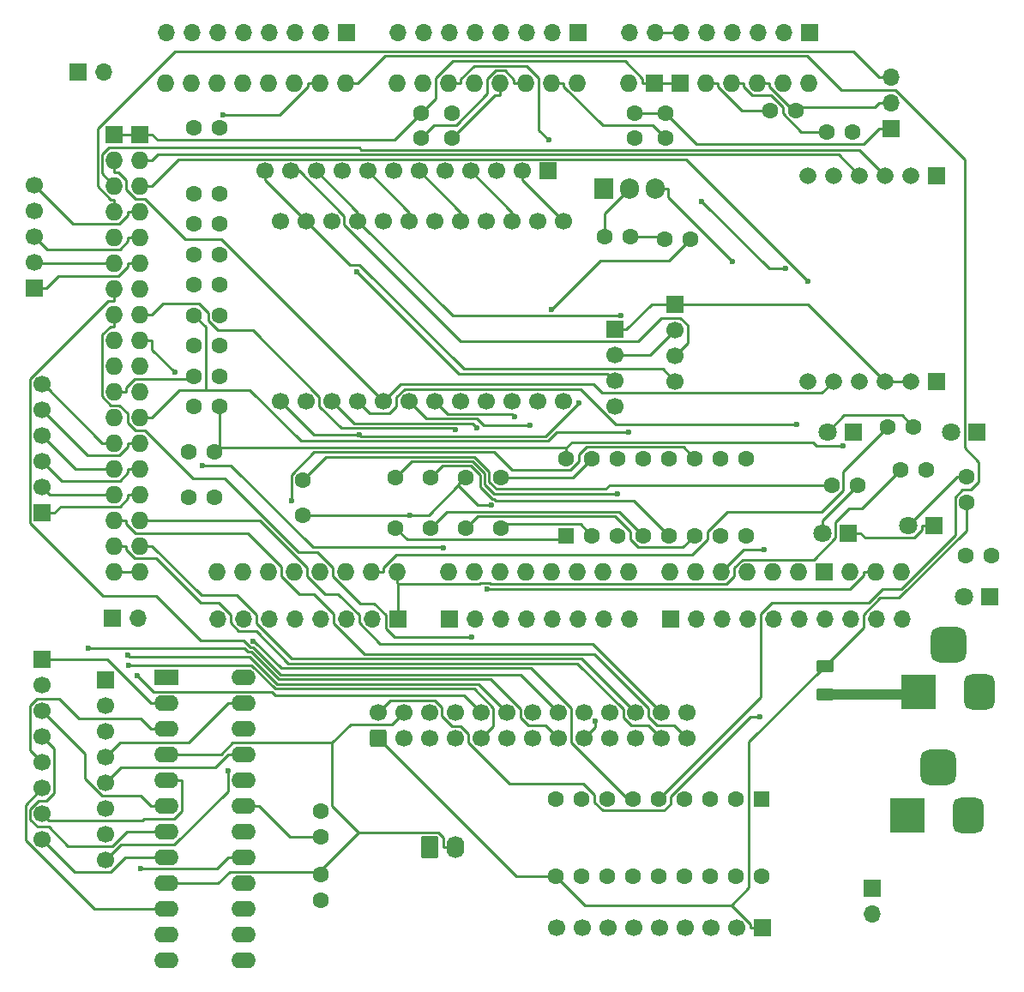
<source format=gbr>
G04 #@! TF.GenerationSoftware,KiCad,Pcbnew,9.0.4*
G04 #@! TF.CreationDate,2025-11-10T22:17:31+11:00*
G04 #@! TF.ProjectId,Jet Ranger Radio Controller,4a657420-5261-46e6-9765-722052616469,rev?*
G04 #@! TF.SameCoordinates,Original*
G04 #@! TF.FileFunction,Copper,L1,Top*
G04 #@! TF.FilePolarity,Positive*
%FSLAX46Y46*%
G04 Gerber Fmt 4.6, Leading zero omitted, Abs format (unit mm)*
G04 Created by KiCad (PCBNEW 9.0.4) date 2025-11-10 22:17:31*
%MOMM*%
%LPD*%
G01*
G04 APERTURE LIST*
G04 Aperture macros list*
%AMRoundRect*
0 Rectangle with rounded corners*
0 $1 Rounding radius*
0 $2 $3 $4 $5 $6 $7 $8 $9 X,Y pos of 4 corners*
0 Add a 4 corners polygon primitive as box body*
4,1,4,$2,$3,$4,$5,$6,$7,$8,$9,$2,$3,0*
0 Add four circle primitives for the rounded corners*
1,1,$1+$1,$2,$3*
1,1,$1+$1,$4,$5*
1,1,$1+$1,$6,$7*
1,1,$1+$1,$8,$9*
0 Add four rect primitives between the rounded corners*
20,1,$1+$1,$2,$3,$4,$5,0*
20,1,$1+$1,$4,$5,$6,$7,0*
20,1,$1+$1,$6,$7,$8,$9,0*
20,1,$1+$1,$8,$9,$2,$3,0*%
G04 Aperture macros list end*
G04 #@! TA.AperFunction,ComponentPad*
%ADD10R,1.700000X1.700000*%
G04 #@! TD*
G04 #@! TA.AperFunction,ComponentPad*
%ADD11C,1.700000*%
G04 #@! TD*
G04 #@! TA.AperFunction,ComponentPad*
%ADD12RoundRect,0.250000X-0.620000X-0.845000X0.620000X-0.845000X0.620000X0.845000X-0.620000X0.845000X0*%
G04 #@! TD*
G04 #@! TA.AperFunction,ComponentPad*
%ADD13O,1.740000X2.190000*%
G04 #@! TD*
G04 #@! TA.AperFunction,SMDPad,CuDef*
%ADD14RoundRect,0.250000X-0.625000X0.375000X-0.625000X-0.375000X0.625000X-0.375000X0.625000X0.375000X0*%
G04 #@! TD*
G04 #@! TA.AperFunction,ComponentPad*
%ADD15C,1.600000*%
G04 #@! TD*
G04 #@! TA.AperFunction,ComponentPad*
%ADD16O,1.700000X1.700000*%
G04 #@! TD*
G04 #@! TA.AperFunction,ComponentPad*
%ADD17R,2.400000X1.600000*%
G04 #@! TD*
G04 #@! TA.AperFunction,ComponentPad*
%ADD18O,2.400000X1.600000*%
G04 #@! TD*
G04 #@! TA.AperFunction,ComponentPad*
%ADD19R,1.800000X1.800000*%
G04 #@! TD*
G04 #@! TA.AperFunction,ComponentPad*
%ADD20C,1.800000*%
G04 #@! TD*
G04 #@! TA.AperFunction,ComponentPad*
%ADD21R,3.500000X3.500000*%
G04 #@! TD*
G04 #@! TA.AperFunction,ComponentPad*
%ADD22RoundRect,0.750000X0.750000X1.000000X-0.750000X1.000000X-0.750000X-1.000000X0.750000X-1.000000X0*%
G04 #@! TD*
G04 #@! TA.AperFunction,ComponentPad*
%ADD23RoundRect,0.875000X0.875000X0.875000X-0.875000X0.875000X-0.875000X-0.875000X0.875000X-0.875000X0*%
G04 #@! TD*
G04 #@! TA.AperFunction,ComponentPad*
%ADD24RoundRect,0.250000X0.550000X-0.550000X0.550000X0.550000X-0.550000X0.550000X-0.550000X-0.550000X0*%
G04 #@! TD*
G04 #@! TA.AperFunction,ComponentPad*
%ADD25RoundRect,0.250000X-0.550000X0.550000X-0.550000X-0.550000X0.550000X-0.550000X0.550000X0.550000X0*%
G04 #@! TD*
G04 #@! TA.AperFunction,ComponentPad*
%ADD26R,1.905000X2.000000*%
G04 #@! TD*
G04 #@! TA.AperFunction,ComponentPad*
%ADD27O,1.905000X2.000000*%
G04 #@! TD*
G04 #@! TA.AperFunction,ComponentPad*
%ADD28R,1.665000X1.665000*%
G04 #@! TD*
G04 #@! TA.AperFunction,ComponentPad*
%ADD29C,1.665000*%
G04 #@! TD*
G04 #@! TA.AperFunction,ComponentPad*
%ADD30RoundRect,0.250000X0.600000X-0.600000X0.600000X0.600000X-0.600000X0.600000X-0.600000X-0.600000X0*%
G04 #@! TD*
G04 #@! TA.AperFunction,ComponentPad*
%ADD31O,1.727200X1.727200*%
G04 #@! TD*
G04 #@! TA.AperFunction,ComponentPad*
%ADD32R,1.727200X1.727200*%
G04 #@! TD*
G04 #@! TA.AperFunction,ViaPad*
%ADD33C,0.600000*%
G04 #@! TD*
G04 #@! TA.AperFunction,Conductor*
%ADD34C,0.250000*%
G04 #@! TD*
G04 #@! TA.AperFunction,Conductor*
%ADD35C,1.000000*%
G04 #@! TD*
G04 APERTURE END LIST*
D10*
X104570000Y-129500000D03*
D11*
X102030000Y-129500000D03*
X99490000Y-129500000D03*
X96950000Y-129500000D03*
X94410000Y-129500000D03*
X91870000Y-129500000D03*
X89330000Y-129500000D03*
X86790000Y-129500000D03*
X84250000Y-129500000D03*
D12*
X71750000Y-121500000D03*
D13*
X74290000Y-121500000D03*
D10*
X83450000Y-54750000D03*
D11*
X80910000Y-54750000D03*
X78370000Y-54750000D03*
X75830000Y-54750000D03*
X73290000Y-54750000D03*
X70750000Y-54750000D03*
X68210000Y-54750000D03*
X65670000Y-54750000D03*
X63130000Y-54750000D03*
X60590000Y-54750000D03*
X58050000Y-54750000D03*
X55510000Y-54750000D03*
D10*
X32750000Y-66330000D03*
D11*
X32750000Y-63790000D03*
X32750000Y-61250000D03*
X32750000Y-58710000D03*
X32750000Y-56170000D03*
D10*
X33500000Y-88500000D03*
D11*
X33500000Y-85960000D03*
X33500000Y-83420000D03*
X33500000Y-80880000D03*
X33500000Y-78340000D03*
X33500000Y-75800000D03*
D10*
X33500000Y-103000000D03*
D11*
X33500000Y-105540000D03*
X33500000Y-108080000D03*
X33500000Y-110620000D03*
X33500000Y-113160000D03*
X33500000Y-115700000D03*
X33500000Y-118240000D03*
X33500000Y-120780000D03*
D10*
X39750000Y-105000000D03*
D11*
X39750000Y-107540000D03*
X39750000Y-110080000D03*
X39750000Y-112620000D03*
X39750000Y-115160000D03*
X39750000Y-117700000D03*
X39750000Y-120240000D03*
X39750000Y-122780000D03*
D14*
X110750000Y-103650000D03*
X110750000Y-106450000D03*
D15*
X70940000Y-51500000D03*
X70940000Y-49000000D03*
X50500000Y-82500000D03*
X47960000Y-82500000D03*
X71850000Y-90000000D03*
X71850000Y-85000000D03*
D10*
X63500000Y-41046400D03*
D16*
X60960000Y-41046400D03*
X58420000Y-41046400D03*
X55880000Y-41046400D03*
X53340000Y-41046400D03*
X50800000Y-41046400D03*
X48260000Y-41046400D03*
X45720000Y-41046400D03*
D17*
X45750000Y-104750000D03*
D18*
X45750000Y-107290000D03*
X45750000Y-109830000D03*
X45750000Y-112370000D03*
X45750000Y-114910000D03*
X45750000Y-117450000D03*
X45750000Y-119990000D03*
X45750000Y-122530000D03*
X45750000Y-125070000D03*
X45750000Y-127610000D03*
X45750000Y-130150000D03*
X45750000Y-132690000D03*
X53370000Y-132690000D03*
X53370000Y-130150000D03*
X53370000Y-127610000D03*
X53370000Y-125070000D03*
X53370000Y-122530000D03*
X53370000Y-119990000D03*
X53370000Y-117450000D03*
X53370000Y-114910000D03*
X53370000Y-112370000D03*
X53370000Y-109830000D03*
X53370000Y-107290000D03*
X53370000Y-104750000D03*
D10*
X117298000Y-50550000D03*
D16*
X117298000Y-48010000D03*
X117298000Y-45470000D03*
D10*
X86360000Y-41046400D03*
D16*
X83820000Y-41046400D03*
X81280000Y-41046400D03*
X78740000Y-41046400D03*
X76200000Y-41046400D03*
X73660000Y-41046400D03*
X71120000Y-41046400D03*
X68580000Y-41046400D03*
D15*
X51040000Y-72000000D03*
X48500000Y-72000000D03*
D19*
X113540000Y-80500000D03*
D20*
X111000000Y-80500000D03*
D15*
X61000000Y-117960000D03*
X61000000Y-120500000D03*
X118250000Y-84250000D03*
X120790000Y-84250000D03*
X51040000Y-66000000D03*
X48500000Y-66000000D03*
X124750000Y-87500000D03*
X124750000Y-84960000D03*
D10*
X37000000Y-45000000D03*
D16*
X39540000Y-45000000D03*
D21*
X118949000Y-118350000D03*
D22*
X124949000Y-118350000D03*
D23*
X121949000Y-113650000D03*
D10*
X96000000Y-67880000D03*
D11*
X96000000Y-70420000D03*
X96000000Y-72960000D03*
X96000000Y-75500000D03*
D24*
X85220000Y-90750000D03*
D15*
X87760000Y-90750000D03*
X90300000Y-90750000D03*
X92840000Y-90750000D03*
X95380000Y-90750000D03*
X97920000Y-90750000D03*
X100460000Y-90750000D03*
X103000000Y-90750000D03*
X103000000Y-83130000D03*
X100460000Y-83130000D03*
X97920000Y-83130000D03*
X95380000Y-83130000D03*
X92840000Y-83130000D03*
X90300000Y-83130000D03*
X87760000Y-83130000D03*
X85220000Y-83130000D03*
X73950000Y-51500000D03*
X73950000Y-49000000D03*
D19*
X127040000Y-96750000D03*
D20*
X124500000Y-96750000D03*
D15*
X59250000Y-85250000D03*
X59250000Y-88750000D03*
D19*
X125770000Y-80500000D03*
D20*
X123230000Y-80500000D03*
D25*
X104550000Y-116750000D03*
D15*
X102010000Y-116750000D03*
X99470000Y-116750000D03*
X96930000Y-116750000D03*
X94390000Y-116750000D03*
X91850000Y-116750000D03*
X89310000Y-116750000D03*
X86770000Y-116750000D03*
X84230000Y-116750000D03*
X84230000Y-124370000D03*
X86770000Y-124370000D03*
X89310000Y-124370000D03*
X91850000Y-124370000D03*
X94390000Y-124370000D03*
X96930000Y-124370000D03*
X99470000Y-124370000D03*
X102010000Y-124370000D03*
X104550000Y-124370000D03*
X51040000Y-69000000D03*
X48500000Y-69000000D03*
X51000000Y-75000000D03*
X48460000Y-75000000D03*
X124710000Y-92750000D03*
X127250000Y-92750000D03*
X117000000Y-80000000D03*
X119540000Y-80000000D03*
D10*
X68580000Y-98958400D03*
D16*
X66040000Y-98958400D03*
X63500000Y-98958400D03*
X60960000Y-98958400D03*
X58420000Y-98958400D03*
X55880000Y-98958400D03*
X53340000Y-98958400D03*
X50800000Y-98958400D03*
D15*
X51000000Y-50500000D03*
X48460000Y-50500000D03*
X94960000Y-61500000D03*
X97500000Y-61500000D03*
D26*
X88920000Y-56500000D03*
D27*
X91460000Y-56500000D03*
X94000000Y-56500000D03*
D28*
X121809000Y-55183300D03*
D29*
X119269000Y-55183300D03*
X116729000Y-55183300D03*
X114189000Y-55183300D03*
X111649000Y-55183300D03*
X109109000Y-55183300D03*
D28*
X121809000Y-75503300D03*
D29*
X119269000Y-75503300D03*
X116729000Y-75503300D03*
X114189000Y-75503300D03*
X111649000Y-75503300D03*
X109109000Y-75503300D03*
D19*
X113040000Y-90500000D03*
D20*
X110500000Y-90500000D03*
D15*
X111455000Y-85750000D03*
X113995000Y-85750000D03*
D10*
X109220000Y-41046400D03*
D16*
X106680000Y-41046400D03*
X104140000Y-41046400D03*
X101600000Y-41046400D03*
X99060000Y-41046400D03*
X96520000Y-41046400D03*
X93980000Y-41046400D03*
X91440000Y-41046400D03*
D15*
X51040000Y-60000000D03*
X48500000Y-60000000D03*
X95000000Y-51500000D03*
X95000000Y-49000000D03*
D10*
X115450000Y-125560000D03*
D16*
X115450000Y-128100000D03*
D15*
X61000000Y-126750000D03*
X61000000Y-124250000D03*
D10*
X90000000Y-70385000D03*
D11*
X90000000Y-72925000D03*
X90000000Y-75465000D03*
X90000000Y-78005000D03*
X57050000Y-77500000D03*
X59590000Y-77500000D03*
X62130000Y-77500000D03*
X64670000Y-77500000D03*
X67210000Y-77500000D03*
X69750000Y-77500000D03*
X72290000Y-77500000D03*
X74830000Y-77500000D03*
X77370000Y-77500000D03*
X79910000Y-77500000D03*
X82450000Y-77500000D03*
X84990000Y-77500000D03*
X84990000Y-59720000D03*
X82450000Y-59720000D03*
X79910000Y-59720000D03*
X77370000Y-59720000D03*
X74830000Y-59720000D03*
X72290000Y-59720000D03*
X69750000Y-59720000D03*
X67210000Y-59720000D03*
X64670000Y-59720000D03*
X62130000Y-59720000D03*
X59590000Y-59720000D03*
X57050000Y-59720000D03*
D15*
X110960000Y-50900000D03*
X113500000Y-50900000D03*
X51040000Y-63000000D03*
X48500000Y-63000000D03*
X89037500Y-61212500D03*
X91577500Y-61212500D03*
X51000000Y-78000000D03*
X48460000Y-78000000D03*
X105350000Y-48750000D03*
X107890000Y-48750000D03*
X91990000Y-51500000D03*
X91990000Y-49000000D03*
D19*
X121540000Y-89750000D03*
D20*
X119000000Y-89750000D03*
D15*
X68400000Y-90000000D03*
X68400000Y-85000000D03*
X75300000Y-90000000D03*
X75300000Y-85000000D03*
D21*
X120000000Y-106207500D03*
D22*
X126000000Y-106207500D03*
D23*
X123000000Y-101507500D03*
D10*
X95504000Y-98958400D03*
D16*
X98044000Y-98958400D03*
X100584000Y-98958400D03*
X103124000Y-98958400D03*
X105664000Y-98958400D03*
X108204000Y-98958400D03*
X110744000Y-98958400D03*
X113284000Y-98958400D03*
X115824000Y-98958400D03*
X118364000Y-98958400D03*
D30*
X66670000Y-110750000D03*
D11*
X66670000Y-108210000D03*
X69210000Y-110750000D03*
X69210000Y-108210000D03*
X71750000Y-110750000D03*
X71750000Y-108210000D03*
X74290000Y-110750000D03*
X74290000Y-108210000D03*
X76830000Y-110750000D03*
X76830000Y-108210000D03*
X79370000Y-110750000D03*
X79370000Y-108210000D03*
X81910000Y-110750000D03*
X81910000Y-108210000D03*
X84450000Y-110750000D03*
X84450000Y-108210000D03*
X86990000Y-110750000D03*
X86990000Y-108210000D03*
X89530000Y-110750000D03*
X89530000Y-108210000D03*
X92070000Y-110750000D03*
X92070000Y-108210000D03*
X94610000Y-110750000D03*
X94610000Y-108210000D03*
X97150000Y-110750000D03*
X97150000Y-108210000D03*
D15*
X78750000Y-90000000D03*
X78750000Y-85000000D03*
X51000000Y-57000000D03*
X48460000Y-57000000D03*
D10*
X40411400Y-98933000D03*
D16*
X42951400Y-98933000D03*
D10*
X73660000Y-98958400D03*
D16*
X76200000Y-98958400D03*
X78740000Y-98958400D03*
X81280000Y-98958400D03*
X83820000Y-98958400D03*
X86360000Y-98958400D03*
X88900000Y-98958400D03*
X91440000Y-98958400D03*
D31*
X109205000Y-46039300D03*
X101585000Y-46039300D03*
X99045000Y-46039300D03*
X43165000Y-94299300D03*
X40625000Y-94299300D03*
X86345000Y-46039300D03*
X83805000Y-46039300D03*
X81265000Y-46039300D03*
X78725000Y-46039300D03*
X76185000Y-46039300D03*
X73645000Y-46039300D03*
X71105000Y-46039300D03*
X68565000Y-46039300D03*
X63485000Y-46039300D03*
X60945000Y-46039300D03*
X58405000Y-46039300D03*
X55865000Y-46039300D03*
X53325000Y-46039300D03*
X50785000Y-46039300D03*
X48245000Y-46039300D03*
X45705000Y-46039300D03*
X113269000Y-94299300D03*
X73645000Y-94299300D03*
X76185000Y-94299300D03*
X78725000Y-94299300D03*
X81265000Y-94299300D03*
X83805000Y-94299300D03*
X86345000Y-94299300D03*
X88885000Y-94299300D03*
X91425000Y-94299300D03*
X95489000Y-94299300D03*
X98029000Y-94299300D03*
X100569000Y-94299300D03*
X103109000Y-94299300D03*
X105649000Y-94299300D03*
X108189000Y-94299300D03*
X68565000Y-94299300D03*
X66025000Y-94299300D03*
X63485000Y-94299300D03*
X60945000Y-94299300D03*
X58405000Y-94299300D03*
X55865000Y-94299300D03*
X53325000Y-94299300D03*
X50785000Y-94299300D03*
X43165000Y-91759300D03*
X40625000Y-91759300D03*
X43165000Y-89219300D03*
X40625000Y-89219300D03*
X43165000Y-86679300D03*
X40625000Y-86679300D03*
X43165000Y-84139300D03*
X40625000Y-84139300D03*
X43165000Y-81599300D03*
X40625000Y-81599300D03*
X43165000Y-79059300D03*
X40625000Y-79059300D03*
X43165000Y-76519300D03*
X40625000Y-76519300D03*
X43165000Y-73979300D03*
X40625000Y-73979300D03*
X43165000Y-71439300D03*
X40625000Y-71439300D03*
X43165000Y-68899300D03*
X40625000Y-68899300D03*
X43165000Y-66359300D03*
X40625000Y-66359300D03*
X43165000Y-63819300D03*
X40625000Y-63819300D03*
X43165000Y-61279300D03*
X40625000Y-61279300D03*
X43165000Y-58739300D03*
X40625000Y-58739300D03*
X43165000Y-56199300D03*
X40625000Y-56199300D03*
X43165000Y-53659300D03*
X40625000Y-53659300D03*
D32*
X110729000Y-94299300D03*
X96505000Y-46039300D03*
X93965000Y-46039300D03*
X43165000Y-51119300D03*
X40625000Y-51119300D03*
D31*
X106665000Y-46039300D03*
X104125000Y-46039300D03*
X118349000Y-94299300D03*
X115809000Y-94299300D03*
X91425000Y-46039300D03*
D15*
X50500000Y-87000000D03*
X47960000Y-87000000D03*
D33*
X46583100Y-74628200D03*
X49340000Y-83850300D03*
X73141100Y-91993700D03*
X88057600Y-109099200D03*
X75865700Y-100782900D03*
X41944700Y-102513500D03*
X74263100Y-80275900D03*
X104320600Y-108630200D03*
X101649400Y-63677000D03*
X42052000Y-103539000D03*
X42895000Y-104567600D03*
X38021900Y-101884700D03*
X90300000Y-86670400D03*
X81630100Y-79825700D03*
X80091400Y-78984200D03*
X58100000Y-87294300D03*
X43196000Y-123655600D03*
X51844900Y-113981100D03*
X90658200Y-68992700D03*
X64589400Y-64674400D03*
X98620900Y-57757200D03*
X106849600Y-64390100D03*
X51346100Y-49190100D03*
X54282700Y-101154600D03*
X91425200Y-80524200D03*
X86481300Y-77671800D03*
X64836200Y-80769100D03*
X83795000Y-68421100D03*
X104771000Y-92134200D03*
X109109000Y-65623200D03*
X83490000Y-51696400D03*
X107955200Y-79786300D03*
X77414200Y-96067000D03*
X76449100Y-80094000D03*
X112590400Y-81913100D03*
X69806600Y-88750000D03*
X77864800Y-87759200D03*
D34*
X44353700Y-72398800D02*
X46583100Y-74628200D01*
X44353700Y-71439300D02*
X44353700Y-72398800D01*
X43165000Y-71439300D02*
X44353700Y-71439300D01*
X73069100Y-91921700D02*
X73141100Y-91993700D01*
X60213200Y-91921700D02*
X73069100Y-91921700D01*
X52141800Y-83850300D02*
X60213200Y-91921700D01*
X49340000Y-83850300D02*
X52141800Y-83850300D01*
X88057600Y-109682400D02*
X88057600Y-109099200D01*
X86990000Y-110750000D02*
X88057600Y-109682400D01*
X68239900Y-100782900D02*
X75865700Y-100782900D01*
X67404800Y-99947800D02*
X68239900Y-100782900D01*
X67404800Y-98599100D02*
X67404800Y-99947800D01*
X66247800Y-97442100D02*
X67404800Y-98599100D01*
X64868500Y-97442100D02*
X66247800Y-97442100D01*
X62215000Y-94788600D02*
X64868500Y-97442100D01*
X62215000Y-93887000D02*
X62215000Y-94788600D01*
X60699900Y-92371900D02*
X62215000Y-93887000D01*
X58795600Y-92371900D02*
X60699900Y-92371900D01*
X51530000Y-85106300D02*
X58795600Y-92371900D01*
X48393600Y-85106300D02*
X51530000Y-85106300D01*
X43616500Y-80329200D02*
X48393600Y-85106300D01*
X42731700Y-80329200D02*
X43616500Y-80329200D01*
X41976200Y-79573700D02*
X42731700Y-80329200D01*
X41976200Y-78707300D02*
X41976200Y-79573700D01*
X41139400Y-77870500D02*
X41976200Y-78707300D01*
X40285100Y-77870500D02*
X41139400Y-77870500D01*
X39424800Y-77010200D02*
X40285100Y-77870500D01*
X39424800Y-70916700D02*
X39424800Y-77010200D01*
X40253500Y-70088000D02*
X39424800Y-70916700D01*
X40625000Y-70088000D02*
X40253500Y-70088000D01*
X40625000Y-68899300D02*
X40625000Y-70088000D01*
X42111100Y-102679900D02*
X41944700Y-102513500D01*
X53941200Y-102679900D02*
X42111100Y-102679900D01*
X56655800Y-105394500D02*
X53941200Y-102679900D01*
X76554500Y-105394500D02*
X56655800Y-105394500D01*
X79370000Y-108210000D02*
X76554500Y-105394500D01*
X40625000Y-66359300D02*
X40625000Y-67548000D01*
X80734300Y-104494300D02*
X84450000Y-108210000D01*
X57028800Y-104494300D02*
X80734300Y-104494300D01*
X54314200Y-101779700D02*
X57028800Y-104494300D01*
X54023800Y-101779700D02*
X54314200Y-101779700D01*
X53367200Y-101123100D02*
X54023800Y-101779700D01*
X49132400Y-101123100D02*
X53367200Y-101123100D01*
X44741800Y-96732500D02*
X49132400Y-101123100D01*
X39505600Y-96732500D02*
X44741800Y-96732500D01*
X32324800Y-89551700D02*
X39505600Y-96732500D01*
X32324800Y-75253900D02*
X32324800Y-89551700D01*
X40030700Y-67548000D02*
X32324800Y-75253900D01*
X40625000Y-67548000D02*
X40030700Y-67548000D01*
X43165000Y-68899300D02*
X44353700Y-68899300D01*
X45383600Y-67869400D02*
X44353700Y-68899300D01*
X49009500Y-67869400D02*
X45383600Y-67869400D01*
X49903100Y-68763000D02*
X49009500Y-67869400D01*
X49903100Y-69525700D02*
X49903100Y-68763000D01*
X50877400Y-70500000D02*
X49903100Y-69525700D01*
X54298500Y-70500000D02*
X50877400Y-70500000D01*
X60860000Y-77061500D02*
X54298500Y-70500000D01*
X60860000Y-77969300D02*
X60860000Y-77061500D01*
X63034700Y-80144000D02*
X60860000Y-77969300D01*
X74131200Y-80144000D02*
X63034700Y-80144000D01*
X74263100Y-80275900D02*
X74131200Y-80144000D01*
X95277600Y-57305200D02*
X95277600Y-56500000D01*
X101649400Y-63677000D02*
X95277600Y-57305200D01*
X94000000Y-56500000D02*
X95277600Y-56500000D01*
X103393000Y-108630200D02*
X104320600Y-108630200D01*
X95515200Y-116508000D02*
X103393000Y-108630200D01*
X95515200Y-117247500D02*
X95515200Y-116508000D01*
X94856500Y-117906200D02*
X95515200Y-117247500D01*
X88827000Y-117906200D02*
X94856500Y-117906200D01*
X88040000Y-117119200D02*
X88827000Y-117906200D01*
X88040000Y-116363300D02*
X88040000Y-117119200D01*
X86928700Y-115252000D02*
X88040000Y-116363300D01*
X79589500Y-115252000D02*
X86928700Y-115252000D01*
X75560000Y-111222500D02*
X79589500Y-115252000D01*
X75560000Y-110319000D02*
X75560000Y-111222500D01*
X74815800Y-109574800D02*
X75560000Y-110319000D01*
X73938300Y-109574800D02*
X74815800Y-109574800D01*
X72925200Y-108561700D02*
X73938300Y-109574800D01*
X72925200Y-107675500D02*
X72925200Y-108561700D01*
X72258400Y-107008700D02*
X72925200Y-107675500D01*
X67871300Y-107008700D02*
X72258400Y-107008700D01*
X66670000Y-108210000D02*
X67871300Y-107008700D01*
X54163700Y-103539000D02*
X42052000Y-103539000D01*
X56469400Y-105844700D02*
X54163700Y-103539000D01*
X76131200Y-105844700D02*
X56469400Y-105844700D01*
X78043000Y-107756500D02*
X76131200Y-105844700D01*
X78043000Y-109537000D02*
X78043000Y-107756500D01*
X76830000Y-110750000D02*
X78043000Y-109537000D01*
X44485100Y-106157700D02*
X42895000Y-104567600D01*
X56145800Y-106157700D02*
X44485100Y-106157700D01*
X56546600Y-106558500D02*
X56145800Y-106157700D01*
X75178500Y-106558500D02*
X56546600Y-106558500D01*
X76830000Y-108210000D02*
X75178500Y-106558500D01*
X53492200Y-101884700D02*
X38021900Y-101884700D01*
X53837300Y-102229800D02*
X53492200Y-101884700D01*
X54127700Y-102229800D02*
X53837300Y-102229800D01*
X56842300Y-104944400D02*
X54127700Y-102229800D01*
X77768500Y-104944400D02*
X56842300Y-104944400D01*
X80734800Y-107910700D02*
X77768500Y-104944400D01*
X80734800Y-108735700D02*
X80734800Y-107910700D01*
X81479100Y-109480000D02*
X80734800Y-108735700D01*
X83180000Y-109480000D02*
X81479100Y-109480000D01*
X84450000Y-110750000D02*
X83180000Y-109480000D01*
X79137500Y-89612500D02*
X78750000Y-90000000D01*
X86622500Y-89612500D02*
X79137500Y-89612500D01*
X87760000Y-90750000D02*
X86622500Y-89612500D01*
X76465500Y-88834500D02*
X75300000Y-90000000D01*
X90037400Y-88834500D02*
X76465500Y-88834500D01*
X91570000Y-90367100D02*
X90037400Y-88834500D01*
X91570000Y-91118300D02*
X91570000Y-90367100D01*
X92351400Y-91899700D02*
X91570000Y-91118300D01*
X96770300Y-91899700D02*
X92351400Y-91899700D01*
X97920000Y-90750000D02*
X96770300Y-91899700D01*
X90474300Y-88384300D02*
X92840000Y-90750000D01*
X73465700Y-88384300D02*
X90474300Y-88384300D01*
X71850000Y-90000000D02*
X73465700Y-88384300D01*
X72980000Y-83870000D02*
X71850000Y-85000000D01*
X75795100Y-83870000D02*
X72980000Y-83870000D01*
X76724400Y-84799300D02*
X75795100Y-83870000D01*
X76724400Y-85966900D02*
X76724400Y-84799300D01*
X77891600Y-87134100D02*
X76724400Y-85966900D01*
X78123800Y-87134100D02*
X77891600Y-87134100D01*
X78286700Y-87297000D02*
X78123800Y-87134100D01*
X91927000Y-87297000D02*
X78286700Y-87297000D01*
X95380000Y-90750000D02*
X91927000Y-87297000D01*
X69525200Y-91125200D02*
X68400000Y-90000000D01*
X84844800Y-91125200D02*
X69525200Y-91125200D01*
X85220000Y-90750000D02*
X84844800Y-91125200D01*
X78115700Y-86670400D02*
X90300000Y-86670400D01*
X77174600Y-85729300D02*
X78115700Y-86670400D01*
X77174600Y-84612800D02*
X77174600Y-85729300D01*
X75981600Y-83419800D02*
X77174600Y-84612800D01*
X69980200Y-83419800D02*
X75981600Y-83419800D01*
X68400000Y-85000000D02*
X69980200Y-83419800D01*
X40625000Y-91759300D02*
X41813700Y-91759300D01*
X93340000Y-109480000D02*
X94610000Y-110750000D01*
X91639100Y-109480000D02*
X93340000Y-109480000D01*
X90894800Y-108735700D02*
X91639100Y-109480000D01*
X90894800Y-107908200D02*
X90894800Y-108735700D01*
X86355700Y-103369100D02*
X90894800Y-107908200D01*
X57822000Y-103369100D02*
X86355700Y-103369100D01*
X54606600Y-100153700D02*
X57822000Y-103369100D01*
X52866600Y-100153700D02*
X54606600Y-100153700D01*
X52070000Y-99357100D02*
X52866600Y-100153700D01*
X52070000Y-98563800D02*
X52070000Y-99357100D01*
X50890100Y-97383900D02*
X52070000Y-98563800D01*
X49148300Y-97383900D02*
X50890100Y-97383900D01*
X44712400Y-92948000D02*
X49148300Y-97383900D01*
X42630800Y-92948000D02*
X44712400Y-92948000D01*
X41813700Y-92130900D02*
X42630800Y-92948000D01*
X41813700Y-91759300D02*
X41813700Y-92130900D01*
X87808000Y-101408000D02*
X94610000Y-108210000D01*
X66817800Y-101408000D02*
X87808000Y-101408000D01*
X64770000Y-99360200D02*
X66817800Y-101408000D01*
X64770000Y-98548900D02*
X64770000Y-99360200D01*
X62734200Y-96513100D02*
X64770000Y-98548900D01*
X61414800Y-96513100D02*
X62734200Y-96513100D01*
X59675000Y-94773300D02*
X61414800Y-96513100D01*
X59675000Y-93888100D02*
X59675000Y-94773300D01*
X55006200Y-89219300D02*
X59675000Y-93888100D01*
X43165000Y-89219300D02*
X55006200Y-89219300D01*
X43165000Y-91759300D02*
X44353700Y-91759300D01*
X86779000Y-102919000D02*
X92070000Y-108210000D01*
X58093300Y-102919000D02*
X86779000Y-102919000D01*
X54610000Y-99435700D02*
X58093300Y-102919000D01*
X54610000Y-98538200D02*
X54610000Y-99435700D01*
X52735200Y-96663400D02*
X54610000Y-98538200D01*
X49257800Y-96663400D02*
X52735200Y-96663400D01*
X44353700Y-91759300D02*
X49257800Y-96663400D01*
X71450600Y-79200600D02*
X69750000Y-77500000D01*
X76439800Y-79200600D02*
X71450600Y-79200600D01*
X77064900Y-79825700D02*
X76439800Y-79200600D01*
X81630100Y-79825700D02*
X77064900Y-79825700D01*
X93750000Y-50250000D02*
X95000000Y-51500000D01*
X88832900Y-50250000D02*
X93750000Y-50250000D01*
X84993700Y-46410800D02*
X88832900Y-50250000D01*
X84993700Y-46039300D02*
X84993700Y-46410800D01*
X83805000Y-46039300D02*
X84993700Y-46039300D01*
X73540400Y-78750400D02*
X72290000Y-77500000D01*
X79857600Y-78750400D02*
X73540400Y-78750400D01*
X80091400Y-78984200D02*
X79857600Y-78750400D01*
X96794800Y-82004800D02*
X97920000Y-83130000D01*
X87220500Y-82004800D02*
X96794800Y-82004800D01*
X86490000Y-82735300D02*
X87220500Y-82004800D01*
X86490000Y-83451300D02*
X86490000Y-82735300D01*
X85666100Y-84275200D02*
X86490000Y-83451300D01*
X79895200Y-84275200D02*
X85666100Y-84275200D01*
X78139600Y-82519600D02*
X79895200Y-84275200D01*
X60336100Y-82519600D02*
X78139600Y-82519600D01*
X58100000Y-84755700D02*
X60336100Y-82519600D01*
X58100000Y-87294300D02*
X58100000Y-84755700D01*
X79910000Y-58830000D02*
X75830000Y-54750000D01*
X79910000Y-59720000D02*
X79910000Y-58830000D01*
X80910000Y-55640000D02*
X80910000Y-54750000D01*
X84990000Y-59720000D02*
X80910000Y-55640000D01*
X58855700Y-54750000D02*
X58050000Y-54750000D01*
X63305200Y-59199500D02*
X58855700Y-54750000D01*
X63305200Y-60032900D02*
X63305200Y-59199500D01*
X74832500Y-71560200D02*
X63305200Y-60032900D01*
X92323300Y-71560200D02*
X74832500Y-71560200D01*
X94648700Y-69234800D02*
X92323300Y-71560200D01*
X96476700Y-69234800D02*
X94648700Y-69234800D01*
X97198300Y-69956400D02*
X96476700Y-69234800D01*
X97198300Y-71761700D02*
X97198300Y-69956400D01*
X96000000Y-72960000D02*
X97198300Y-71761700D01*
X55510000Y-55640000D02*
X59590000Y-59720000D01*
X55510000Y-54750000D02*
X55510000Y-55640000D01*
X63865800Y-63995800D02*
X59590000Y-59720000D01*
X64848400Y-63995800D02*
X63865800Y-63995800D01*
X75138900Y-74286300D02*
X64848400Y-63995800D01*
X94786300Y-74286300D02*
X75138900Y-74286300D01*
X96000000Y-75500000D02*
X94786300Y-74286300D01*
X32321900Y-111981900D02*
X33500000Y-113160000D01*
X32321900Y-107506600D02*
X32321900Y-111981900D01*
X32931800Y-106896700D02*
X32321900Y-107506600D01*
X35151200Y-106896700D02*
X32931800Y-106896700D01*
X37088900Y-108834400D02*
X35151200Y-106896700D01*
X43229300Y-108834400D02*
X37088900Y-108834400D01*
X44224900Y-109830000D02*
X43229300Y-108834400D01*
X45750000Y-109830000D02*
X44224900Y-109830000D01*
X53370000Y-122530000D02*
X51844900Y-122530000D01*
X50719300Y-123655600D02*
X43196000Y-123655600D01*
X51844900Y-122530000D02*
X50719300Y-123655600D01*
X51844900Y-115975900D02*
X51844900Y-113981100D01*
X46560800Y-121260000D02*
X51844900Y-115975900D01*
X41270000Y-121260000D02*
X46560800Y-121260000D01*
X39750000Y-122780000D02*
X41270000Y-121260000D01*
X72190000Y-50250000D02*
X70940000Y-51500000D01*
X74338700Y-50250000D02*
X72190000Y-50250000D01*
X77455000Y-47133700D02*
X74338700Y-50250000D01*
X77455000Y-45616000D02*
X77455000Y-47133700D01*
X78235000Y-44836000D02*
X77455000Y-45616000D01*
X79211400Y-44836000D02*
X78235000Y-44836000D01*
X80076300Y-45700900D02*
X79211400Y-44836000D01*
X80076300Y-46039300D02*
X80076300Y-45700900D01*
X81265000Y-46039300D02*
X80076300Y-46039300D01*
X78222000Y-47228000D02*
X73950000Y-51500000D01*
X78725000Y-47228000D02*
X78222000Y-47228000D01*
X78725000Y-46039300D02*
X78725000Y-47228000D01*
X35411200Y-85331200D02*
X33500000Y-83420000D01*
X41155900Y-85331200D02*
X35411200Y-85331200D01*
X41976300Y-84510800D02*
X41155900Y-85331200D01*
X41976300Y-84139300D02*
X41976300Y-84510800D01*
X43165000Y-84139300D02*
X41976300Y-84139300D01*
X37970000Y-82810000D02*
X33500000Y-78340000D01*
X41137100Y-82810000D02*
X37970000Y-82810000D01*
X41976300Y-81970800D02*
X41137100Y-82810000D01*
X41976300Y-81599300D02*
X41976300Y-81970800D01*
X43165000Y-81599300D02*
X41976300Y-81599300D01*
X35307100Y-87868000D02*
X34675100Y-88500000D01*
X41159200Y-87868000D02*
X35307100Y-87868000D01*
X41976300Y-87050900D02*
X41159200Y-87868000D01*
X41976300Y-86679300D02*
X41976300Y-87050900D01*
X43165000Y-86679300D02*
X41976300Y-86679300D01*
X33500000Y-88500000D02*
X34675100Y-88500000D01*
X64670000Y-58830000D02*
X60590000Y-54750000D01*
X64670000Y-59720000D02*
X64670000Y-58830000D01*
X90604700Y-69046200D02*
X90658200Y-68992700D01*
X73996200Y-69046200D02*
X90604700Y-69046200D01*
X64670000Y-59720000D02*
X73996200Y-69046200D01*
X45750000Y-107290000D02*
X44224900Y-107290000D01*
X39934900Y-103000000D02*
X44224900Y-107290000D01*
X33500000Y-103000000D02*
X39934900Y-103000000D01*
X89271500Y-74736500D02*
X90000000Y-75465000D01*
X74651500Y-74736500D02*
X89271500Y-74736500D01*
X64589400Y-64674400D02*
X74651500Y-74736500D01*
X74830000Y-58830000D02*
X70750000Y-54750000D01*
X74830000Y-59720000D02*
X74830000Y-58830000D01*
X36759300Y-84139300D02*
X33500000Y-80880000D01*
X40625000Y-84139300D02*
X36759300Y-84139300D01*
X105253800Y-64390100D02*
X106849600Y-64390100D01*
X98620900Y-57757200D02*
X105253800Y-64390100D01*
X34219300Y-86679300D02*
X33500000Y-85960000D01*
X40625000Y-86679300D02*
X34219300Y-86679300D01*
X119757500Y-106450000D02*
X120000000Y-106207500D01*
X118940000Y-106450000D02*
X119757500Y-106450000D01*
X45750000Y-122530000D02*
X44224900Y-122530000D01*
X41663800Y-122530000D02*
X44224900Y-122530000D01*
X40234700Y-123959100D02*
X41663800Y-122530000D01*
X36679100Y-123959100D02*
X40234700Y-123959100D01*
X33500000Y-120780000D02*
X36679100Y-123959100D01*
X41270000Y-113640000D02*
X39750000Y-115160000D01*
X50574900Y-113640000D02*
X41270000Y-113640000D01*
X51844900Y-112370000D02*
X50574900Y-113640000D01*
X53370000Y-112370000D02*
X51844900Y-112370000D01*
X31866800Y-117333200D02*
X33500000Y-115700000D01*
X31866800Y-120808700D02*
X31866800Y-117333200D01*
X38668100Y-127610000D02*
X31866800Y-120808700D01*
X45750000Y-127610000D02*
X38668100Y-127610000D01*
X34151400Y-118891400D02*
X33500000Y-118240000D01*
X43392900Y-118891400D02*
X34151400Y-118891400D01*
X43564300Y-118720000D02*
X43392900Y-118891400D01*
X46478600Y-118720000D02*
X43564300Y-118720000D01*
X47275100Y-117923500D02*
X46478600Y-118720000D01*
X47275100Y-114910000D02*
X47275100Y-117923500D01*
X45750000Y-114910000D02*
X47275100Y-114910000D01*
X69750000Y-58830000D02*
X65670000Y-54750000D01*
X69750000Y-59720000D02*
X69750000Y-58830000D01*
X43229300Y-116454400D02*
X44224900Y-117450000D01*
X39373600Y-116454400D02*
X43229300Y-116454400D01*
X37681800Y-114762600D02*
X39373600Y-116454400D01*
X37681800Y-112261800D02*
X37681800Y-114762600D01*
X33500000Y-108080000D02*
X37681800Y-112261800D01*
X45750000Y-117450000D02*
X44224900Y-117450000D01*
X34684600Y-111804600D02*
X33500000Y-110620000D01*
X34684600Y-116189100D02*
X34684600Y-111804600D01*
X33903700Y-116970000D02*
X34684600Y-116189100D01*
X33103400Y-116970000D02*
X33903700Y-116970000D01*
X32317000Y-117756400D02*
X33103400Y-116970000D01*
X32317000Y-118787100D02*
X32317000Y-117756400D01*
X33039900Y-119510000D02*
X32317000Y-118787100D01*
X34133300Y-119510000D02*
X33039900Y-119510000D01*
X36050400Y-121427100D02*
X34133300Y-119510000D01*
X40466200Y-121427100D02*
X36050400Y-121427100D01*
X41903300Y-119990000D02*
X40466200Y-121427100D01*
X45750000Y-119990000D02*
X41903300Y-119990000D01*
X53370000Y-107290000D02*
X51844900Y-107290000D01*
X41204100Y-111165900D02*
X39750000Y-112620000D01*
X47969000Y-111165900D02*
X41204100Y-111165900D01*
X51844900Y-107290000D02*
X47969000Y-111165900D01*
X40625000Y-76519300D02*
X41813700Y-76519300D01*
X48139600Y-75320400D02*
X48460000Y-75000000D01*
X42641100Y-75320400D02*
X48139600Y-75320400D01*
X41813700Y-76147800D02*
X42641100Y-75320400D01*
X41813700Y-76519300D02*
X41813700Y-76147800D01*
X36532400Y-59952400D02*
X32750000Y-56170000D01*
X41134700Y-59952400D02*
X36532400Y-59952400D01*
X41976300Y-59110800D02*
X41134700Y-59952400D01*
X41976300Y-58739300D02*
X41976300Y-59110800D01*
X43165000Y-58739300D02*
X41976300Y-58739300D01*
X33637000Y-75800000D02*
X33500000Y-75800000D01*
X39436300Y-81599300D02*
X33637000Y-75800000D01*
X40625000Y-81599300D02*
X39436300Y-81599300D01*
X60945000Y-46039300D02*
X59756300Y-46039300D01*
X56977000Y-49190100D02*
X51346100Y-49190100D01*
X59756300Y-46410800D02*
X56977000Y-49190100D01*
X59756300Y-46039300D02*
X59756300Y-46410800D01*
X91287400Y-116750000D02*
X91850000Y-116750000D01*
X85720000Y-111182600D02*
X91287400Y-116750000D01*
X85720000Y-107773800D02*
X85720000Y-111182600D01*
X81765500Y-103819300D02*
X85720000Y-107773800D01*
X57087800Y-103819300D02*
X81765500Y-103819300D01*
X54423100Y-101154600D02*
X57087800Y-103819300D01*
X54282700Y-101154600D02*
X54423100Y-101154600D01*
X32779300Y-63819300D02*
X32750000Y-63790000D01*
X40625000Y-63819300D02*
X32779300Y-63819300D01*
X43165000Y-79059300D02*
X44353700Y-79059300D01*
X84265600Y-80524200D02*
X91425200Y-80524200D01*
X83395500Y-81394300D02*
X84265600Y-80524200D01*
X59030700Y-81394300D02*
X83395500Y-81394300D01*
X53991600Y-76355200D02*
X59030700Y-81394300D01*
X49637200Y-76355200D02*
X53991600Y-76355200D01*
X49637200Y-70137200D02*
X49637200Y-76355200D01*
X48500000Y-69000000D02*
X49637200Y-70137200D01*
X47057800Y-76355200D02*
X44353700Y-79059300D01*
X49637200Y-76355200D02*
X47057800Y-76355200D01*
X94672500Y-61212500D02*
X94960000Y-61500000D01*
X91577500Y-61212500D02*
X94672500Y-61212500D01*
X113592400Y-42939500D02*
X116122900Y-45470000D01*
X46603500Y-42939500D02*
X113592400Y-42939500D01*
X38974700Y-50568300D02*
X46603500Y-42939500D01*
X38974700Y-56271800D02*
X38974700Y-50568300D01*
X40253500Y-57550600D02*
X38974700Y-56271800D01*
X40625000Y-57550600D02*
X40253500Y-57550600D01*
X40625000Y-58739300D02*
X40625000Y-57550600D01*
X117298000Y-45470000D02*
X116122900Y-45470000D01*
X119269000Y-75503300D02*
X116729000Y-75503300D01*
X109105700Y-67880000D02*
X96000000Y-67880000D01*
X116729000Y-75503300D02*
X109105700Y-67880000D01*
X93680100Y-67880000D02*
X96000000Y-67880000D01*
X91175100Y-70385000D02*
X93680100Y-67880000D01*
X90000000Y-70385000D02*
X91175100Y-70385000D01*
X108448400Y-50900000D02*
X110960000Y-50900000D01*
X106620000Y-49071600D02*
X108448400Y-50900000D01*
X106620000Y-48425900D02*
X106620000Y-49071600D01*
X105422100Y-47228000D02*
X106620000Y-48425900D01*
X103590800Y-47228000D02*
X105422100Y-47228000D01*
X102773700Y-46410900D02*
X103590800Y-47228000D01*
X102773700Y-46039300D02*
X102773700Y-46410900D01*
X101585000Y-46039300D02*
X102773700Y-46039300D01*
X65011300Y-80944200D02*
X64836200Y-80769100D01*
X83208900Y-80944200D02*
X65011300Y-80944200D01*
X86481300Y-77671800D02*
X83208900Y-80944200D01*
X60319100Y-80769100D02*
X57050000Y-77500000D01*
X64836200Y-80769100D02*
X60319100Y-80769100D01*
X88582500Y-63633600D02*
X83795000Y-68421100D01*
X95366400Y-63633600D02*
X88582500Y-63633600D01*
X97500000Y-61500000D02*
X95366400Y-63633600D01*
X63485000Y-46039300D02*
X64673700Y-46039300D01*
X104445700Y-106694300D02*
X94390000Y-116750000D01*
X104445700Y-98511800D02*
X104445700Y-106694300D01*
X105564200Y-97393300D02*
X104445700Y-98511800D01*
X115083900Y-97393300D02*
X105564200Y-97393300D01*
X116488400Y-95988800D02*
X115083900Y-97393300D01*
X118357400Y-95988800D02*
X116488400Y-95988800D01*
X123612200Y-90734000D02*
X118357400Y-95988800D01*
X123612200Y-86982800D02*
X123612200Y-90734000D01*
X124365000Y-86230000D02*
X123612200Y-86982800D01*
X125150000Y-86230000D02*
X124365000Y-86230000D01*
X125947600Y-85432400D02*
X125150000Y-86230000D01*
X125947600Y-83468900D02*
X125947600Y-85432400D01*
X124544800Y-82066100D02*
X125947600Y-83468900D01*
X124544800Y-53578800D02*
X124544800Y-82066100D01*
X117706000Y-46740000D02*
X124544800Y-53578800D01*
X112380600Y-46740000D02*
X117706000Y-46740000D01*
X109030300Y-43389700D02*
X112380600Y-46740000D01*
X67323300Y-43389700D02*
X109030300Y-43389700D01*
X64673700Y-46039300D02*
X67323300Y-43389700D01*
X102734100Y-92134200D02*
X104771000Y-92134200D01*
X100569000Y-94299300D02*
X102734100Y-92134200D01*
X112580200Y-84419800D02*
X117000000Y-80000000D01*
X112580200Y-86289600D02*
X112580200Y-84419800D01*
X110433400Y-88436400D02*
X112580200Y-86289600D01*
X101140300Y-88436400D02*
X110433400Y-88436400D01*
X99190000Y-90386700D02*
X101140300Y-88436400D01*
X99190000Y-91148800D02*
X99190000Y-90386700D01*
X97688400Y-92650400D02*
X99190000Y-91148800D01*
X68491100Y-92650400D02*
X97688400Y-92650400D01*
X67213700Y-93927800D02*
X68491100Y-92650400D01*
X67213700Y-94299300D02*
X67213700Y-93927800D01*
X66025000Y-94299300D02*
X67213700Y-94299300D01*
X68580000Y-98958400D02*
X68580000Y-97783300D01*
X68565000Y-94299300D02*
X68565000Y-95375400D01*
X68580000Y-95488100D02*
X68580000Y-97783300D01*
X68565000Y-95473100D02*
X68580000Y-95488100D01*
X68565000Y-95375400D02*
X68565000Y-95473100D01*
X114425000Y-88075000D02*
X118250000Y-84250000D01*
X113163300Y-88075000D02*
X114425000Y-88075000D01*
X111814800Y-89423500D02*
X113163300Y-88075000D01*
X111814800Y-90957600D02*
X111814800Y-89423500D01*
X109661900Y-93110500D02*
X111814800Y-90957600D01*
X102615300Y-93110500D02*
X109661900Y-93110500D01*
X101839000Y-93886800D02*
X102615300Y-93110500D01*
X101839000Y-94750100D02*
X101839000Y-93886800D01*
X101065900Y-95523200D02*
X101839000Y-94750100D01*
X77779400Y-95523200D02*
X101065900Y-95523200D01*
X77680700Y-95424500D02*
X77779400Y-95523200D01*
X76741000Y-95424500D02*
X77680700Y-95424500D01*
X76677400Y-95488100D02*
X76741000Y-95424500D01*
X68580000Y-95488100D02*
X76677400Y-95488100D01*
X114193000Y-52647300D02*
X116729000Y-55183300D01*
X64970300Y-52647300D02*
X114193000Y-52647300D01*
X64789600Y-52466600D02*
X64970300Y-52647300D01*
X40086700Y-52466600D02*
X64789600Y-52466600D01*
X39432200Y-53121100D02*
X40086700Y-52466600D01*
X39432200Y-55006500D02*
X39432200Y-53121100D01*
X40625000Y-56199300D02*
X39432200Y-55006500D01*
X107890000Y-48424300D02*
X107890000Y-48750000D01*
X107336700Y-48424300D02*
X107890000Y-48424300D01*
X105313700Y-46401300D02*
X107336700Y-48424300D01*
X105313700Y-46039300D02*
X105313700Y-46401300D01*
X115708600Y-48424300D02*
X116122900Y-48010000D01*
X107890000Y-48424300D02*
X115708600Y-48424300D01*
X104125000Y-46039300D02*
X105313700Y-46039300D01*
X117298000Y-48010000D02*
X116122900Y-48010000D01*
X43165000Y-56199300D02*
X44353700Y-56199300D01*
X97060600Y-53574800D02*
X109109000Y-65623200D01*
X46978200Y-53574800D02*
X97060600Y-53574800D01*
X44353700Y-56199300D02*
X46978200Y-53574800D01*
X40625000Y-89219300D02*
X41813700Y-89219300D01*
X95880000Y-109480000D02*
X97150000Y-110750000D01*
X94200600Y-109480000D02*
X95880000Y-109480000D01*
X93340000Y-108619400D02*
X94200600Y-109480000D01*
X93340000Y-107784000D02*
X93340000Y-108619400D01*
X88024900Y-102468900D02*
X93340000Y-107784000D01*
X65320800Y-102468900D02*
X88024900Y-102468900D01*
X62237000Y-99385100D02*
X65320800Y-102468900D01*
X62237000Y-98503100D02*
X62237000Y-99385100D01*
X60298600Y-96564700D02*
X62237000Y-98503100D01*
X58914100Y-96564700D02*
X60298600Y-96564700D01*
X57135000Y-94785600D02*
X58914100Y-96564700D01*
X57135000Y-93843300D02*
X57135000Y-94785600D01*
X53781000Y-90489300D02*
X57135000Y-93843300D01*
X42714200Y-90489300D02*
X53781000Y-90489300D01*
X41813700Y-89588800D02*
X42714200Y-90489300D01*
X41813700Y-89219300D02*
X41813700Y-89588800D01*
X73645000Y-46039300D02*
X74833700Y-46039300D01*
X82535000Y-50741400D02*
X83490000Y-51696400D01*
X82535000Y-45592800D02*
X82535000Y-50741400D01*
X81317300Y-44375100D02*
X82535000Y-45592800D01*
X76126400Y-44375100D02*
X81317300Y-44375100D01*
X74833700Y-45667800D02*
X76126400Y-44375100D01*
X74833700Y-46039300D02*
X74833700Y-45667800D01*
X40625000Y-53659300D02*
X40625000Y-54848000D01*
X51210000Y-61500000D02*
X67210000Y-77500000D01*
X47661100Y-61500000D02*
X51210000Y-61500000D01*
X43630400Y-57469300D02*
X47661100Y-61500000D01*
X42731800Y-57469300D02*
X43630400Y-57469300D01*
X41813700Y-56551200D02*
X42731800Y-57469300D01*
X41813700Y-55665100D02*
X41813700Y-56551200D01*
X40996600Y-54848000D02*
X41813700Y-55665100D01*
X40625000Y-54848000D02*
X40996600Y-54848000D01*
X68901400Y-75808600D02*
X67210000Y-77500000D01*
X87898400Y-75808600D02*
X68901400Y-75808600D01*
X88767700Y-76677900D02*
X87898400Y-75808600D01*
X110474400Y-76677900D02*
X88767700Y-76677900D01*
X111649000Y-75503300D02*
X110474400Y-76677900D01*
X33976300Y-62476300D02*
X32750000Y-61250000D01*
X41150800Y-62476300D02*
X33976300Y-62476300D01*
X41976300Y-61650800D02*
X41150800Y-62476300D01*
X41976300Y-61279300D02*
X41976300Y-61650800D01*
X43165000Y-61279300D02*
X41976300Y-61279300D01*
X90089000Y-79786300D02*
X107955200Y-79786300D01*
X86612600Y-76309900D02*
X90089000Y-79786300D01*
X69273500Y-76309900D02*
X86612600Y-76309900D01*
X68480000Y-77103400D02*
X69273500Y-76309900D01*
X68480000Y-77990600D02*
X68480000Y-77103400D01*
X67788400Y-78682200D02*
X68480000Y-77990600D01*
X65852200Y-78682200D02*
X67788400Y-78682200D01*
X64670000Y-77500000D02*
X65852200Y-78682200D01*
X115809000Y-94299300D02*
X114620300Y-94299300D01*
X64280700Y-79650700D02*
X62130000Y-77500000D01*
X76005800Y-79650700D02*
X64280700Y-79650700D01*
X76449100Y-80094000D02*
X76005800Y-79650700D01*
X113224200Y-96067000D02*
X77414200Y-96067000D01*
X114620300Y-94670900D02*
X113224200Y-96067000D01*
X114620300Y-94299300D02*
X114620300Y-94670900D01*
X35100200Y-65154900D02*
X33925100Y-66330000D01*
X41012300Y-65154900D02*
X35100200Y-65154900D01*
X41976300Y-64190900D02*
X41012300Y-65154900D01*
X41976300Y-63819300D02*
X41976300Y-64190900D01*
X43165000Y-63819300D02*
X41976300Y-63819300D01*
X32750000Y-66330000D02*
X33925100Y-66330000D01*
X112103200Y-53097500D02*
X114189000Y-55183300D01*
X44915500Y-53097500D02*
X112103200Y-53097500D01*
X44353700Y-53659300D02*
X44915500Y-53097500D01*
X43165000Y-53659300D02*
X44353700Y-53659300D01*
X40625000Y-94299300D02*
X43165000Y-94299300D01*
X100233700Y-46408800D02*
X100233700Y-46039300D01*
X102574900Y-48750000D02*
X100233700Y-46408800D01*
X105350000Y-48750000D02*
X102574900Y-48750000D01*
X99045000Y-46039300D02*
X100233700Y-46039300D01*
X50500000Y-82500000D02*
X51000000Y-82000000D01*
X51000000Y-82000000D02*
X51000000Y-78000000D01*
X85220000Y-83130000D02*
X85220000Y-82069500D01*
X85767200Y-81522300D02*
X85220000Y-82069500D01*
X109573400Y-81522300D02*
X85767200Y-81522300D01*
X109964200Y-81913100D02*
X109573400Y-81522300D01*
X112590400Y-81913100D02*
X109964200Y-81913100D01*
X51069500Y-82069500D02*
X51000000Y-82000000D01*
X85220000Y-82069500D02*
X51069500Y-82069500D01*
X104570000Y-129500000D02*
X103394900Y-129500000D01*
X103280000Y-125495200D02*
X101518700Y-127256500D01*
X103280000Y-111120000D02*
X103280000Y-125495200D01*
X110750000Y-103650000D02*
X103280000Y-111120000D01*
X87116500Y-127256500D02*
X101518700Y-127256500D01*
X84230000Y-124370000D02*
X87116500Y-127256500D01*
X103394900Y-129132700D02*
X103394900Y-129500000D01*
X101518700Y-127256500D02*
X103394900Y-129132700D01*
X80290000Y-124370000D02*
X84230000Y-124370000D01*
X66670000Y-110750000D02*
X80290000Y-124370000D01*
X124750000Y-90233000D02*
X124750000Y-87500000D01*
X118066800Y-96916200D02*
X124750000Y-90233000D01*
X116197700Y-96916200D02*
X118066800Y-96916200D01*
X114554000Y-98559900D02*
X116197700Y-96916200D01*
X114554000Y-99846000D02*
X114554000Y-98559900D01*
X110750000Y-103650000D02*
X114554000Y-99846000D01*
X57945100Y-120500000D02*
X61000000Y-120500000D01*
X54895100Y-117450000D02*
X57945100Y-120500000D01*
X53370000Y-117450000D02*
X54895100Y-117450000D01*
X89528700Y-85750000D02*
X111455000Y-85750000D01*
X89117600Y-86161100D02*
X89528700Y-85750000D01*
X78318500Y-86161100D02*
X89117600Y-86161100D01*
X77624800Y-85467400D02*
X78318500Y-86161100D01*
X77624800Y-84426300D02*
X77624800Y-85467400D01*
X76168200Y-82969700D02*
X77624800Y-84426300D01*
X61530300Y-82969700D02*
X76168200Y-82969700D01*
X59250000Y-85250000D02*
X61530300Y-82969700D01*
X112656400Y-78843600D02*
X111000000Y-80500000D01*
X118383600Y-78843600D02*
X112656400Y-78843600D01*
X119540000Y-80000000D02*
X118383600Y-78843600D01*
X123790000Y-84960000D02*
X119000000Y-89750000D01*
X124750000Y-84960000D02*
X123790000Y-84960000D01*
X85890000Y-85000000D02*
X78750000Y-85000000D01*
X87760000Y-83130000D02*
X85890000Y-85000000D01*
X93980000Y-41046400D02*
X96520000Y-41046400D01*
X89037500Y-58922500D02*
X89037500Y-61212500D01*
X91460000Y-56500000D02*
X89037500Y-58922500D01*
X93495000Y-72925000D02*
X90000000Y-72925000D01*
X96000000Y-70420000D02*
X93495000Y-72925000D01*
X117298000Y-50550000D02*
X116122900Y-50550000D01*
X91990000Y-49000000D02*
X95000000Y-49000000D01*
X114621900Y-52051000D02*
X116122900Y-50550000D01*
X98051000Y-52051000D02*
X114621900Y-52051000D01*
X95000000Y-49000000D02*
X98051000Y-52051000D01*
X69806600Y-88750000D02*
X59250000Y-88750000D01*
X74290000Y-121500000D02*
X73094900Y-121500000D01*
X72624600Y-120072000D02*
X64717200Y-120072000D01*
X73094900Y-120542300D02*
X72624600Y-120072000D01*
X73094900Y-121500000D02*
X73094900Y-120542300D01*
X61000000Y-124250000D02*
X61000000Y-123944800D01*
X61000000Y-123789200D02*
X64717200Y-120072000D01*
X61000000Y-123944800D02*
X61000000Y-123789200D01*
X50880600Y-125070000D02*
X45750000Y-125070000D01*
X52005800Y-123944800D02*
X50880600Y-125070000D01*
X61000000Y-123944800D02*
X52005800Y-123944800D01*
X63932200Y-109426700D02*
X62135700Y-111223200D01*
X67993300Y-109426700D02*
X63932200Y-109426700D01*
X69210000Y-108210000D02*
X67993300Y-109426700D01*
X62135700Y-117490500D02*
X62135700Y-111223200D01*
X64717200Y-120072000D02*
X62135700Y-117490500D01*
X51170000Y-112370000D02*
X45750000Y-112370000D01*
X52316800Y-111223200D02*
X51170000Y-112370000D01*
X62135700Y-111223200D02*
X52316800Y-111223200D01*
X96505000Y-46039300D02*
X93965000Y-46039300D01*
X72375000Y-47565000D02*
X70940000Y-49000000D01*
X72375000Y-45580300D02*
X72375000Y-47565000D01*
X74040800Y-43914500D02*
X72375000Y-45580300D01*
X91023000Y-43914500D02*
X74040800Y-43914500D01*
X92776300Y-45667800D02*
X91023000Y-43914500D01*
X92776300Y-46039300D02*
X92776300Y-45667800D01*
X93965000Y-46039300D02*
X92776300Y-46039300D01*
X40625000Y-51119300D02*
X43165000Y-51119300D01*
X68275000Y-51665000D02*
X70940000Y-49000000D01*
X44899400Y-51665000D02*
X68275000Y-51665000D01*
X44353700Y-51119300D02*
X44899400Y-51665000D01*
X43165000Y-51119300D02*
X44353700Y-51119300D01*
X76511600Y-87759200D02*
X74571000Y-85818600D01*
X77864800Y-87759200D02*
X76511600Y-87759200D01*
X74571000Y-85729000D02*
X74571000Y-85818600D01*
X75300000Y-85000000D02*
X74571000Y-85729000D01*
X71639600Y-88750000D02*
X69806600Y-88750000D01*
X74571000Y-85818600D02*
X71639600Y-88750000D01*
X114743500Y-90978400D02*
X114265100Y-90500000D01*
X119545900Y-90978400D02*
X114743500Y-90978400D01*
X120314900Y-90209400D02*
X119545900Y-90978400D01*
X120314900Y-89750000D02*
X120314900Y-90209400D01*
X121540000Y-89750000D02*
X120314900Y-89750000D01*
X113040000Y-90500000D02*
X114265100Y-90500000D01*
X110500000Y-89245000D02*
X110500000Y-90500000D01*
X113995000Y-85750000D02*
X110500000Y-89245000D01*
D35*
X110750000Y-106450000D02*
X118939700Y-106450000D01*
M02*

</source>
